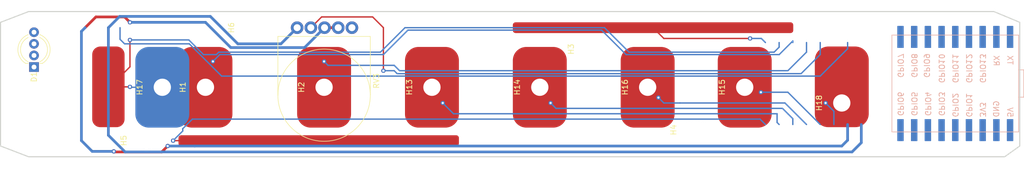
<source format=kicad_pcb>
(kicad_pcb (version 20221018) (generator pcbnew)
  (layers (0 "F.Cu" signal) (31 "B.Cu" signal) (34 "B.Paste" user) (35 "F.Paste" user) (36 "B.SilkS" user "B.Silkscreen") (37 "F.SilkS" user "F.Silkscreen") (38 "B.Mask" user) (39 "F.Mask" user) (44 "Edge.Cuts" user))
  (net 0 "")
  (net 1 "/A1")
  (net 2 "+3.3V")
  (net 3 "GND")
  (net 4 "/A2")
  (net 5 "/A3")
  (net 6 "/A4")
  (net 7 "/A5")
  (net 8 "/A6")
  (net 9 "/A0")
  (net 10 "/D2")
  (net 11 "/D1")
  (net 12 "/A8")
  (net 13 "/SCL")
  (net 14 "/SDA")
  (net 15 "/A7")
  (net 16 "/A9")
  (net 17 "/D0")
  (footprint "MountingHole:MountingHole_3.2mm_M3" (layer "F.Cu") (at 198.793423 101 90)
    (fp_text reference "H18" (at 0 -4.2 90) (layer "F.SilkS"))
    (fp_text value "MountingHole")
    (pad "" np_thru_hole circle (at 0 0 90) (size 3.2 3.2) (drill 3.2) (layers "*.Cu" "*.Mask"))
  )
  (footprint "ih_kicad:recorder-touchpad" (layer "F.Cu") (at 122.793423 98.078 90)
    (fp_text reference "TP4" hide)
    (fp_text value "TestPoint" hide)
    (pad "1" smd roundrect (at 0 0 90) (size 15 10) (layers "F.Cu" "F.Mask") (net 6 "/A4"))
  )
  (footprint "ih_kicad:recorder-touchpad" (layer "F.Cu") (at 80.793423 98.078 90)
    (fp_text reference "TP2" hide)
    (fp_text value "TestPoint" hide)
    (pad "1" smd roundrect (at 0 0 90) (size 15 10) (layers "F.Cu" "F.Mask") (net 12 "/A8"))
  )
  (footprint "ih_kicad:recorder-touchtrack" (layer "F.Cu") (at 163.793423 87 180)
    (fp_text reference "TP8" hide)
    (fp_text value "TestPoint" hide)
    (pad "1" smd roundrect (at 0 0 180) (size 52 2) (layers "F.Cu" "F.Mask") (net 8 "/A6"))
  )
  (footprint "ih_kicad:recorder-touchpad" (layer "F.Cu") (at 142.793423 98.078 90)
    (fp_text reference "TP5" hide)
    (fp_text value "TestPoint" hide)
    (pad "1" smd roundrect (at 0 0 90) (size 15 10) (layers "F.Cu" "F.Mask") (net 5 "/A3"))
  )
  (footprint "ih_kicad:recorder-touchpad-narrow" (layer "F.Cu") (at 62.793423 98 90)
    (fp_text reference "TP11" hide)
    (fp_text value "TestPoint" hide)
    (pad "1" smd roundrect (at 0 0 90) (size 15 6) (layers "F.Cu" "F.Mask") (net 15 "/A7"))
  )
  (footprint "MountingHole:MountingHole_3.2mm_M3" (layer "F.Cu") (at 142.793423 98.078 90)
    (fp_text reference "H14" (at 0 -4.2 90) (layer "F.SilkS"))
    (fp_text value "MountingHole")
    (pad "" np_thru_hole circle (at 0 0 90) (size 3.2 3.2) (drill 3.2) (layers "*.Cu" "*.Mask"))
  )
  (footprint "MountingHole:MountingHole_3.2mm_M3" (layer "F.Cu") (at 72.793423 98.078 90)
    (fp_text reference "H17" (at 0 -4.2 90) (layer "F.SilkS"))
    (fp_text value "MountingHole")
    (pad "" np_thru_hole circle (at 0 0 90) (size 3.2 3.2) (drill 3.2) (layers "*.Cu" "*.Mask"))
  )
  (footprint "MountingHole:MountingHole_3.2mm_M3" (layer "F.Cu") (at 122.793423 98.078 90)
    (fp_text reference "H13" (at 0 -4.2 90) (layer "F.SilkS"))
    (fp_text value "MountingHole")
    (pad "" np_thru_hole circle (at 0 0 90) (size 3.2 3.2) (drill 3.2) (layers "*.Cu" "*.Mask"))
  )
  (footprint "ih_kicad:potentiometer_wheel_16mm" (layer "F.Cu") (at 97.793423 87 -90)
    (fp_text reference "RV3" (at 9.915 -14.7 -270) (layer "F.SilkS"))
    (fp_text value "R_Potentiometer_Dual")
    (fp_line (start 1.63 -13.57) (end 1.63 3.57) (stroke (width 0.12)) (layer "F.SilkS"))
    (fp_line (start 1.63 -13.57) (end 12.55 -13.57) (stroke (width 0.12)) (layer "F.SilkS"))
    (fp_line (start 1.63 3.57) (end 12.55 3.57) (stroke (width 0.12)) (layer "F.SilkS"))
    (fp_circle (center 12.55 -5) (end 21.12 -5) (stroke (width 0.12)) (fill none) (layer "F.SilkS"))
    (pad "1" thru_hole circle (at 0 0 270) (size 2.34 2.34) (drill 1.3) (layers "*.Cu" "*.Mask") (net 3 "GND"))
    (pad "2" thru_hole circle (at 0 -2.54 270) (size 2.34 2.34) (drill 1.3) (layers "*.Cu" "*.Mask") (net 17 "/D0"))
    (pad "3" thru_hole circle (at 0 -5.08 270) (size 2.34 2.34) (drill 1.3) (layers "*.Cu" "*.Mask") (net 2 "+3.3V"))
    (pad "4" thru_hole circle (at 0 -7.62 270) (size 2.34 2.34) (drill 1.3) (layers "*.Cu" "*.Mask") (net 2 "+3.3V"))
    (pad "5" thru_hole circle (at 0 -10.16 270) (size 2.34 2.34) (drill 1.3) (layers "*.Cu" "*.Mask"))
  )
  (footprint "MountingHole:MountingHole_3.2mm_M3" (layer "F.Cu") (at 180.793423 98.078 90)
    (fp_text reference "H15" (at 0 -4.2 90) (layer "F.SilkS"))
    (fp_text value "MountingHole")
    (pad "" np_thru_hole circle (at 0 0 90) (size 3.2 3.2) (drill 3.2) (layers "*.Cu" "*.Mask"))
  )
  (footprint "MountingHole:MountingHole_3.2mm_M3" (layer "F.Cu") (at 162.793423 98.078 90)
    (fp_text reference "H16" (at 0 -4.2 90) (layer "F.SilkS"))
    (fp_text value "MountingHole")
    (pad "" np_thru_hole circle (at 0 0 90) (size 3.2 3.2) (drill 3.2) (layers "*.Cu" "*.Mask"))
  )
  (footprint "MountingHole:MountingHole_3.2mm_M3" (layer "F.Cu") (at 152.793423 91 90)
    (fp_text reference "H3" (at 0 -4.2 90) (layer "F.SilkS"))
    (fp_text value "MountingHole")
    (pad "" np_thru_hole circle (at 0 0 90) (size 3.2 3.2) (drill 3.2) (layers "*.Cu" "*.Mask"))
  )
  (footprint "ih_kicad:recorder-touchpad" (layer "F.Cu") (at 102.793423 98.078 90)
    (fp_text reference "TP3" hide)
    (fp_text value "TestPoint" hide)
    (pad "1" smd roundrect (at 0 0 90) (size 15 10) (layers "F.Cu" "F.Mask") (net 16 "/A9"))
  )
  (footprint "MountingHole:MountingHole_3.2mm_M3" (layer "F.Cu") (at 69.843423 108 90)
    (fp_text reference "H5" (at 0 -4.2 90) (layer "F.SilkS"))
    (fp_text value "MountingHole")
    (pad "" np_thru_hole circle (at 0 0 90) (size 3.2 3.2) (drill 3.2) (layers "*.Cu" "*.Mask"))
  )
  (footprint "MountingHole:MountingHole_3.2mm_M3" (layer "F.Cu") (at 171.793423 106 90)
    (fp_text reference "H4" (at 0 -4.2 90) (layer "F.SilkS"))
    (fp_text value "MountingHole")
    (pad "" np_thru_hole circle (at 0 0 90) (size 3.2 3.2) (drill 3.2) (layers "*.Cu" "*.Mask"))
  )
  (footprint "LED_THT:LED_D5.0mm-4_RGB_Wide_Pins" (layer "F.Cu") (at 49 94.318 90)
    (fp_text reference "D1" (at -1.841 0 90) (layer "F.SilkS"))
    (fp_text value "WS2812B")
    (fp_line (start 0.6785 -1.545) (end 0.6785 -1.08) (stroke (width 0.12)) (layer "F.SilkS"))
    (fp_line (start 0.6785 1.08) (end 0.6785 1.545) (stroke (width 0.12)) (layer "F.SilkS"))
    (fp_arc (start 0.6785 -1.54483) (mid 3.496956 -2.978809) (end 6.026315 -1.080827) (stroke (width 0.12)) (layer "F.SilkS"))
    (fp_arc (start 0.983816 -1.08) (mid 3.238262 -2.5) (end 5.492979 -1.080429) (stroke (width 0.12)) (layer "F.SilkS"))
    (fp_arc (start 5.492979 1.080429) (mid 3.238262 2.5) (end 0.983816 1.08) (stroke (width 0.12)) (layer "F.SilkS"))
    (fp_arc (start 6.026315 1.080827) (mid 3.496956 2.978808) (end 0.6785 1.54483) (stroke (width 0.12)) (layer "F.SilkS"))
    (pad "1" thru_hole rect (at 0 0 90) (size 1.8 1.8) (drill 0.9) (layers "*.Cu" "*.Mask") (net 2 "+3.3V"))
    (pad "2" thru_hole circle (at 2.159 0 90) (size 1.8 1.8) (drill 0.9) (layers "*.Cu" "*.Mask"))
    (pad "3" thru_hole circle (at 4.318 0 90) (size 1.8 1.8) (drill 0.9) (layers "*.Cu" "*.Mask") (net 3 "GND"))
    (pad "4" thru_hole circle (at 6.477 0 90) (size 1.8 1.8) (drill 0.9) (layers "*.Cu" "*.Mask") (net 10 "/D2"))
  )
  (footprint "ih_kicad:recorder-touchpad" (layer "F.Cu") (at 180.793423 98.078 90)
    (fp_text reference "TP7" hide)
    (fp_text value "TestPoint" hide)
    (pad "1" smd roundrect (at 0 0 90) (size 15 10) (layers "F.Cu" "F.Mask") (net 1 "/A1"))
  )
  (footprint "MountingHole:MountingHole_3.2mm_M3" (layer "F.Cu") (at 102.793423 98.078 90)
    (fp_text reference "H2" (at 0 -4.2 90) (layer "F.SilkS"))
    (fp_text value "MountingHole")
    (pad "" np_thru_hole circle (at 0 0 90) (size 3.2 3.2) (drill 3.2) (layers "*.Cu" "*.Mask"))
  )
  (footprint "MountingHole:MountingHole_3.2mm_M3" (layer "F.Cu") (at 89.793423 87 90)
    (fp_text reference "H6" (at 0 -4.2 90) (layer "F.SilkS"))
    (fp_text value "MountingHole")
    (pad "" np_thru_hole circle (at 0 0 90) (size 3.2 3.2) (drill 3.2) (layers "*.Cu" "*.Mask"))
  )
  (footprint "ih_kicad:recorder-touchpad" (layer "F.Cu") (at 198.793423 98 90)
    (fp_text reference "TP10" hide)
    (fp_text value "TestPoint" hide)
    (pad "1" smd roundrect (at 0 0 90) (size 15 10) (layers "F.Cu" "F.Mask") (net 9 "/A0"))
  )
  (footprint "ih_kicad:recorder-touchtrack" (layer "F.Cu") (at 101.793423 108 180)
    (fp_text reference "TP9" hide)
    (fp_text value "TestPoint" hide)
    (pad "1" smd roundrect (at 0 0 180) (size 52 2) (layers "F.Cu" "F.Mask") (net 7 "/A5"))
  )
  (footprint "MountingHole:MountingHole_3.2mm_M3" (layer "F.Cu") (at 80.793423 98.078 90)
    (fp_text reference "H1" (at 0 -4.2 90) (layer "F.SilkS"))
    (fp_text value "MountingHole")
    (pad "" np_thru_hole circle (at 0 0 90) (size 3.2 3.2) (drill 3.2) (layers "*.Cu" "*.Mask"))
  )
  (footprint "ih_kicad:recorder-touchpad" (layer "F.Cu") (at 162.793423 98.078 90)
    (fp_text reference "TP6" hide)
    (fp_text value "TestPoint" hide)
    (pad "1" smd roundrect (at 0 0 90) (size 15 10) (layers "F.Cu" "F.Mask") (net 4 "/A2"))
  )
  (footprint "ih_kicad:Wifiduino-ESP32S3-SMD" (layer "B.Cu") (at 219.84 97.38 90)
    (fp_text reference "U2" hide)
    (fp_text value "~" hide)
    (fp_text user "RX" (at 5.309999 7.62 270 unlocked) (layer "B.SilkS") (effects (justify right mirror)))
    (fp_text user "GPIO12" (at 0 2.54 270 unlocked) (layer "B.SilkS") (effects (justify left mirror)))
    (fp_text user "GPIO11" (at 0 0 270 unlocked) (layer "B.SilkS") (effects (justify left mirror)))
    (fp_text user "GPIO1" (at -6.35 2.54 270 unlocked) (layer "B.SilkS") (effects (justify left mirror)))
    (fp_text user "GPIO7" (at 1 -10.16 270 unlocked) (layer "B.SilkS") (effects (justify left mirror)))
    (fp_text user "GPIO6" (at -6.120001 -10.16 270 unlocked) (layer "B.SilkS") (effects (justify left mirror)))
    (fp_text user "GPIO3" (at -6.120001 -2.54 270 unlocked) (layer "B.SilkS") (effects (justify left mirror)))
    (fp_text user "GND" (at -6.35 7.62 90 unlocked) (layer "B.SilkS") (effects (justify right mirror)))
    (fp_text user "GPIO13" (at 0 5.08 270 unlocked) (layer "B.SilkS") (effects (justify left mirror)))
    (fp_text user "GPIO4" (at -6.120001 -5.08 270 unlocked) (layer "B.SilkS") (effects (justify left mirror)))
    (fp_text user "GPIO8" (at 1 -7.62 270 unlocked) (layer "B.SilkS") (effects (justify left mirror)))
    (fp_text user "3V3" (at -6.35 5.08 270 unlocked) (layer "B.SilkS") (effects (justify left mirror)))
    (fp_text user "GPIO9" (at 1 -5.309999 270 unlocked) (layer "B.SilkS") (effects (justify left mirror)))
    (fp_text user "TX" (at 5.309999 10.16 270 unlocked) (layer "B.SilkS") (effects (justify right mirror)))
    (fp_text user "GPIO5" (at -6.120001 -7.62 270 unlocked) (layer "B.SilkS") (effects (justify left mirror)))
    (fp_text user "GPIO10" (at 0 -2.54 270 unlocked) (layer "B.SilkS") (effects (justify left mirror)))
    (fp_text user "GPIO2" (at -6.35 0 270 unlocked) (layer "B.SilkS") (effects (justify left mirror)))
    (fp_text user "5V" (at -6.35 10.16 270 unlocked) (layer "B.SilkS") (effects (justify left mirror)))
    (fp_line (start -9 -11.75) (end 9 -11.75) (stroke (width 0.12)) (layer "B.SilkS"))
    (fp_line (start -9 11.75) (end -9 -11.75) (stroke (width 0.12)) (layer "B.SilkS"))
    (fp_line (start -2.54 11.75) (end -2.54 12.7) (stroke (width 0.12)) (layer "B.SilkS"))
    (fp_line (start -2.54 12.7) (end 2.54 12.7) (stroke (width 0.12)) (layer "B.SilkS"))
    (fp_line (start 2.54 12.7) (end 2.54 11.75) (stroke (width 0.12)) (layer "B.SilkS"))
    (fp_line (start 9 -11.75) (end 9 11.75) (stroke (width 0.12)) (layer "B.SilkS"))
    (fp_line (start 9 11.75) (end -9 11.75) (stroke (width 0.12)) (layer "B.SilkS"))
    (pad "1" smd custom (at -7.62 10.16 180) (size 1.2 2) (layers "B.Cu" "B.Paste" "B.Mask") (options (clearance outline) (anchor rect)) (primitives (gr_poly (pts (xy -0.5 -3) (xy -0.5 0.5) (xy 0.5 0.5) (xy 0.5 -3)) (width 0.2) (fill yes))))
    (pad "2" smd custom (at -7.62 7.62 180) (size 1.2 2) (layers "B.Cu" "B.Paste" "B.Mask") (net 3 "GND") (options (clearance outline) (anchor rect)) (primitives (gr_poly (pts (xy -0.5 -3) (xy -0.5 0.5) (xy 0.5 0.5) (xy 0.5 -3)) (width 0.2) (fill yes))))
    (pad "3" smd custom (at -7.62 5.08 180) (size 1.2 2) (layers "B.Cu" "B.Paste" "B.Mask") (net 2 "+3.3V") (options (clearance outline) (anchor rect)) (primitives (gr_poly (pts (xy -0.5 -3) (xy -0.5 0.5) (xy 0.5 0.5) (xy 0.5 -3)) (width 0.2) (fill yes))))
    (pad "4" smd custom (at -7.62 2.54 180) (size 1.2 2) (layers "B.Cu" "B.Paste" "B.Mask") (net 9 "/A0") (options (clearance outline) (anchor rect)) (primitives (gr_poly (pts (xy -0.5 -3) (xy -0.5 0.5) (xy 0.5 0.5) (xy 0.5 -3)) (width 0.2) (fill yes))))
    (pad "5" smd custom (at -7.62 0 180) (size 1.2 2) (layers "B.Cu" "B.Paste" "B.Mask") (net 1 "/A1") (options (clearance outline) (anchor rect)) (primitives (gr_poly (pts (xy -0.5 -3) (xy -0.5 0.5) (xy 0.5 0.5) (xy 0.5 -3)) (width 0.2) (fill yes))))
    (pad "6" smd custom (at -7.62 -2.54 180) (size 1.2 2) (layers "B.Cu" "B.Paste" "B.Mask") (net 4 "/A2") (options (clearance outline) (anchor rect)) (primitives (gr_poly (pts (xy -0.5 -3) (xy -0.5 0.5) (xy 0.5 0.5) (xy 0.5 -3)) (width 0.2) (fill yes))))
    (pad "7" smd custom (at -7.62 -5.08 180) (size 1.2 2) (layers "B.Cu" "B.Paste" "B.Mask") (net 5 "/A3") (options (clearance outline) (anchor rect)) (primitives (gr_poly (pts (xy -0.5 -3) (xy -0.5 0.5) (xy 0.5 0.5) (xy 0.5 -3)) (width 0.2) (fill yes))))
    (pad "8" smd custom (at -7.62 -7.62 180) (size 1.2 2) (layers "B.Cu" "B.Paste" "B.Mask") (net 6 "/A4") (options (clearance outline) (anchor rect)) (primitives (gr_poly (pts (xy -0.5 -3) (xy -0.5 0.5) (xy 0.5 0.5) (xy 0.5 -3)) (width 0.2) (fill yes))))
    (pad "9" smd custom (at -7.62 -10.16 180) (size 1.2 2) (layers "B.Cu" "B.Paste" "B.Mask") (net 7 "/A5") (options (clearance outline) (anchor rect)) (primitives (gr_poly (pts (xy -0.5 -3) (xy -0.5 0.5) (xy 0.5 0.5) (xy 0.5 -3)) (width 0.2) (fill yes))))
    (pad "10" smd custom (at 7.62 -10.16) (size 1.2 2) (layers "B.Cu" "B.Paste" "B.Mask") (net 8 "/A6") (options (clearance outline) (anchor rect)) (primitives (gr_poly (pts (xy -0.5 -3) (xy -0.5 0.5) (xy 0.5 0.5) (xy 0.5 -3)) (width 0.2) (fill yes))))
    (pad "11" smd custom (at 7.62 -7.62) (size 1.2 2) (layers "B.Cu" "B.Paste" "B.Mask") (net 15 "/A7") (options (clearance outline) (anchor rect)) (primitives (gr_poly (pts (xy -0.5 -3) (xy -0.5 0.5) (xy 0.5 0.5) (xy 0.5 -3)) (width 0.2) (fill yes))))
    (pad "12" smd custom (at 7.62 -5.08) (size 1.2 2) (layers "B.Cu" "B.Paste" "B.Mask") (net 12 "/A8") (options (clearance outline) (anchor rect)) (primitives (gr_poly (pts (xy -0.5 -3) (xy -0.5 0.5) (xy 0.5 0.5) (xy 0.5 -3)) (width 0.2) (fill yes))))
    (pad "13" smd custom (at 7.62 -2.54) (size 1.2 2) (layers "B.Cu" "B.Paste" "B.Mask") (net 16 "/A9") (options (clearance outline) (anchor rect)) (primitives (gr_poly (pts (xy -0.5 -3) (xy -0.5 0.5) (xy 0.5 0.5) (xy 0.5 -3)) (width 0.2) (fill yes))))
    (pad "14" smd custom (at 7.62 0) (size 1.2 2) (layers "B.Cu" "B.Paste" "B.Mask") (net 17 "/D0") (options (clearance outline) (anchor rect)) (primitives (gr_poly (pts (xy -0.5 -3) (xy -0.5 0.5) (xy 0.5 0.5) (xy 0.5 -3)) (width 0.2) (fill yes))))
    (pad "15" smd custom (at 7.62 2.54) (size 1.2 2) (layers "B.Cu" "B.Paste" "B.Mask") (net 11 "/D1") (options (clearance outline) (anchor rect)) (primitives (gr_poly (pts (xy -0.5 -3) (xy -0.5 0.5) (xy 0.5 0.5) (xy 0.5 -3)) (width 0.2) (fill yes))))
    (pad "16" smd custom (at 7.62 5.08) (size 1.2 2) (layers "B.Cu" "B.Paste" "B.Mask") (net 10 "/D2") (options (clearance outline) (anchor rect)) (primitives (gr_poly (pts (xy -0.5 -3) (xy -0.5 0.5) (xy 0.5 0.5) (xy 0.5 -3)) (width 0.2) (fill yes))))
    (pad "17" smd custom (at 7.62 7.62) (size 1.2 2) (layers "B.Cu" "B.Paste" "B.Mask") (net 14 "/SDA") (options (clearance outline) (anchor rect)) (primitives (gr_poly (pts (xy -0.5 -3) (xy -0.5 0.5) (xy 0.5 0.5) (xy 0.5 -3)) (width 0.2) (fill yes))))
    (pad "18" smd custom (at 7.62 10.16) (size 1.2 2) (layers "B.Cu" "B.Paste" "B.Mask") (net 13 "/SCL") (options (clearance outline) (anchor rect)) (primitives (gr_poly (pts (xy -0.5 -3) (xy -0.5 0.5) (xy 0.5 0.5) (xy 0.5 -3)) (width 0.2) (fill yes))))
  )
  (footprint "ih_kicad:recorder-touchpad" (layer "B.Cu") (at 72.793423 98.078 -90)
    (fp_text reference "TP1" hide)
    (fp_text value "TestPoint" hide)
    (pad "1" smd roundrect (at 0 0 270) (size 15 10) (layers "B.Cu" "B.Mask") (net 15 "/A7"))
  )
  (gr_poly (pts (xy 48 111) (xy 42.793423 109) (xy 42.793423 86) (xy 48 84) (xy 227 84) (xy 231.793423 86) (xy 231.793423 109) (xy 229 111)) (stroke (width 0.2)) (fill none) (layer "Edge.Cuts"))
  (segment (start 182.768423 98.896072) (end 182.768423 98.078) (width 0.25) (layer "F.Cu") (net 1))
  (segment (start 182.872351 99) (end 182.768423 98.896072) (width 0.25) (layer "F.Cu") (net 1))
  (segment (start 183.793423 99) (end 182.872351 99) (width 0.25) (layer "F.Cu") (net 1))
  (via (at 183.793423 99) (size 0.8) (drill 0.4) (layers "F.Cu" "B.Cu") (net 1))
  (segment (start 188.793423 99) (end 183.793423 99) (width 0.25) (layer "B.Cu") (net 1))
  (segment (start 194.793423 105) (end 188.793423 99) (width 0.25) (layer "B.Cu") (net 1))
  (segment (start 72.793423 110) (end 72.693423 110.1) (width 0.5) (layer "F.Cu") (net 2))
  (segment (start 65.793423 85) (end 66.793423 86) (width 0.5) (layer "F.Cu") (net 2))
  (segment (start 58.475423 87) (end 60.475423 85) (width 0.5) (layer "F.Cu") (net 2))
  (segment (start 73.793423 109) (end 72.793423 110) (width 0.5) (layer "F.Cu") (net 2))
  (segment (start 60.475423 85) (end 65.793423 85) (width 0.5) (layer "F.Cu") (net 2))
  (segment (start 72.693423 110.1) (end 63.893423 110.1) (width 0.5) (layer "F.Cu") (net 2))
  (segment (start 102.873423 87) (end 105.413423 87) (width 0.5) (layer "F.Cu") (net 2))
  (segment (start 63.893423 110.1) (end 63.793423 110) (width 0.5) (layer "F.Cu") (net 2))
  (via (at 73.793423 109) (size 0.8) (drill 0.4) (layers "F.Cu" "B.Cu") (net 2))
  (via (at 66.793423 86) (size 0.8) (drill 0.4) (layers "F.Cu" "B.Cu") (net 2))
  (via (at 63.793423 110) (size 0.8) (drill 0.4) (layers "F.Cu" "B.Cu") (net 2))
  (segment (start 57.793423 108) (end 57.793423 87.682) (width 0.5) (layer "B.Cu") (net 2))
  (segment (start 80.793423 86) (end 85.493423 90.7) (width 0.5) (layer "B.Cu") (net 2))
  (segment (start 78.793423 109) (end 73.793423 109) (width 0.5) (layer "B.Cu") (net 2))
  (segment (start 57.793423 87.682) (end 58.475423 87) (width 0.5) (layer "B.Cu") (net 2))
  (segment (start 85.493423 90.7) (end 99.173423 90.7) (width 0.5) (layer "B.Cu") (net 2))
  (segment (start 199.873423 105) (end 199.873423 107.92) (width 0.5) (layer "B.Cu") (net 2))
  (segment (start 63.793423 110) (end 59.793423 110) (width 0.5) (layer "B.Cu") (net 2))
  (segment (start 199.873423 107.92) (end 198.793423 109) (width 0.5) (layer "B.Cu") (net 2))
  (segment (start 66.793423 86) (end 80.793423 86) (width 0.5) (layer "B.Cu") (net 2))
  (segment (start 198.793423 109) (end 78.793423 109) (width 0.5) (layer "B.Cu") (net 2))
  (segment (start 99.173423 90.7) (end 102.873423 87) (width 0.5) (layer "B.Cu") (net 2))
  (segment (start 59.793423 110) (end 57.793423 108) (width 0.5) (layer "B.Cu") (net 2))
  (segment (start 81.693423 84.9) (end 64.893423 84.9) (width 0.5) (layer "B.Cu") (net 3))
  (segment (start 97.793423 87) (end 94.793423 90) (width 0.5) (layer "B.Cu") (net 3))
  (segment (start 94.793423 90) (end 86.793423 90) (width 0.5) (layer "B.Cu") (net 3))
  (segment (start 200.693423 110.1) (end 65.893423 110.1) (width 0.5) (layer "B.Cu") (net 3))
  (segment (start 65.893423 110.1) (end 62.793423 107) (width 0.5) (layer "B.Cu") (net 3))
  (segment (start 202.413423 108.38) (end 200.693423 110.1) (width 0.5) (layer "B.Cu") (net 3))
  (segment (start 202.413423 105) (end 202.413423 108.38) (width 0.5) (layer "B.Cu") (net 3))
  (segment (start 64.893423 84.9) (end 62.793423 87) (width 0.5) (layer "B.Cu") (net 3))
  (segment (start 62.793423 107) (end 62.793423 87) (width 0.5) (layer "B.Cu") (net 3))
  (segment (start 86.793423 90) (end 81.693423 84.9) (width 0.5) (layer "B.Cu") (net 3))
  (segment (start 164.793423 100) (end 164.715423 100) (width 0.25) (layer "F.Cu") (net 4))
  (segment (start 164.715423 100) (end 164.189959 99.474536) (width 0.25) (layer "F.Cu") (net 4))
  (via (at 164.793423 100) (size 0.8) (drill 0.4) (layers "F.Cu" "B.Cu") (net 4))
  (segment (start 192.253423 105) (end 188.253423 101) (width 0.25) (layer "B.Cu") (net 4))
  (segment (start 165.793423 101) (end 164.793423 100) (width 0.25) (layer "B.Cu") (net 4))
  (segment (start 168.793423 101) (end 165.793423 101) (width 0.25) (layer "B.Cu") (net 4))
  (segment (start 188.253423 101) (end 168.793423 101) (width 0.25) (layer "B.Cu") (net 4))
  (segment (start 144.793423 100.078) (end 144.189959 99.474536) (width 0.25) (layer "F.Cu") (net 5))
  (segment (start 144.793423 101) (end 144.793423 100.078) (width 0.25) (layer "F.Cu") (net 5))
  (via (at 144.793423 101) (size 0.8) (drill 0.4) (layers "F.Cu" "B.Cu") (net 5))
  (segment (start 189.713423 103.92) (end 188.793423 103) (width 0.25) (layer "B.Cu") (net 5))
  (segment (start 145.793423 102) (end 144.793423 101) (width 0.25) (layer "B.Cu") (net 5))
  (segment (start 188.793423 103) (end 187.793423 102) (width 0.25) (layer "B.Cu") (net 5))
  (segment (start 189.713423 105) (end 189.713423 103.92) (width 0.25) (layer "B.Cu") (net 5))
  (segment (start 187.793423 102) (end 145.793423 102) (width 0.25) (layer "B.Cu") (net 5))
  (segment (start 124.793423 100.078) (end 124.189959 99.474536) (width 0.25) (layer "F.Cu") (net 6))
  (segment (start 124.793423 101) (end 124.793423 100.078) (width 0.25) (layer "F.Cu") (net 6))
  (via (at 124.793423 101) (size 0.8) (drill 0.4) (layers "F.Cu" "B.Cu") (net 6))
  (segment (start 145.793423 103) (end 126.793423 103) (width 0.25) (layer "B.Cu") (net 6))
  (segment (start 186.793423 104.62) (end 186.793423 103) (width 0.25) (layer "B.Cu") (net 6))
  (segment (start 186.793423 103) (end 162.793423 103) (width 0.25) (layer "B.Cu") (net 6))
  (segment (start 162.793423 103) (end 145.793423 103) (width 0.25) (layer "B.Cu") (net 6))
  (segment (start 126.793423 103) (end 124.793423 101) (width 0.25) (layer "B.Cu") (net 6))
  (segment (start 187.173423 105) (end 186.793423 104.62) (width 0.25) (layer "B.Cu") (net 6))
  (segment (start 101.793423 108) (end 74.793423 108) (width 0.25) (layer "F.Cu") (net 7))
  (via (at 74.793423 108) (size 0.8) (drill 0.4) (layers "F.Cu" "B.Cu") (net 7))
  (segment (start 74.793423 108) (end 76.579999 106.213424) (width 0.25) (layer "B.Cu") (net 7))
  (segment (start 183.633423 104) (end 184.633423 105) (width 0.25) (layer "B.Cu") (net 7))
  (segment (start 76.579999 105.786577) (end 78.366576 104) (width 0.25) (layer "B.Cu") (net 7))
  (segment (start 78.366576 104) (end 183.633423 104) (width 0.25) (layer "B.Cu") (net 7))
  (segment (start 76.579999 106.213424) (end 76.579999 105.786577) (width 0.25) (layer "B.Cu") (net 7))
  (segment (start 165.793423 89) (end 163.793423 87) (width 0.25) (layer "F.Cu") (net 8))
  (segment (start 181.793423 89) (end 165.793423 89) (width 0.25) (layer "F.Cu") (net 8))
  (via (at 181.793423 89) (size 0.8) (drill 0.4) (layers "F.Cu" "B.Cu") (net 8))
  (segment (start 184.633423 89.76) (end 183.873423 89) (width 0.25) (layer "B.Cu") (net 8))
  (segment (start 183.873423 89) (end 181.793423 89) (width 0.25) (layer "B.Cu") (net 8))
  (segment (start 195.793423 101) (end 198.793423 98) (width 0.25) (layer "F.Cu") (net 9))
  (segment (start 195.793423 95) (end 198.793423 98) (width 0.25) (layer "F.Cu") (net 9))
  (segment (start 195.793423 94) (end 195.793423 95) (width 0.25) (layer "F.Cu") (net 9))
  (via (at 195.793423 101) (size 0.8) (drill 0.4) (layers "F.Cu" "B.Cu") (net 9))
  (segment (start 197.333423 105) (end 197.333423 102.54) (width 0.25) (layer "B.Cu") (net 9))
  (segment (start 197.333423 102.54) (end 195.793423 101) (width 0.25) (layer "B.Cu") (net 9))
  (segment (start 194.793423 96) (end 83.793423 96) (width 0.25) (layer "B.Cu") (net 10))
  (segment (start 83.793423 96) (end 77.793423 90) (width 0.25) (layer "B.Cu") (net 10))
  (segment (start 77.793423 90) (end 65.793423 90) (width 0.25) (layer "B.Cu") (net 10))
  (segment (start 64.952423 89.159) (end 64.952423 87) (width 0.25) (layer "B.Cu") (net 10))
  (segment (start 199.873423 90.92) (end 194.793423 96) (width 0.25) (layer "B.Cu") (net 10))
  (segment (start 199.873423 89.76) (end 199.873423 90.92) (width 0.25) (layer "B.Cu") (net 10))
  (segment (start 65.793423 90) (end 64.952423 89.159) (width 0.25) (layer "B.Cu") (net 10))
  (via (at 82.173921 93.2755) (size 0.8) (drill 0.4) (layers "F.Cu" "B.Cu") (net 12))
  (segment (start 189.713423 89.76) (end 189.713423 89.47) (width 0.25) (layer "B.Cu") (net 12))
  (segment (start 189.713423 89.47) (end 187.183423 92) (width 0.25) (layer "B.Cu") (net 12))
  (segment (start 154.243423 87.45) (end 118.343423 87.45) (width 0.25) (layer "B.Cu") (net 12))
  (segment (start 158.793423 92) (end 154.243423 87.45) (width 0.25) (layer "B.Cu") (net 12))
  (segment (start 187.183423 92) (end 158.793423 92) (width 0.25) (layer "B.Cu") (net 12))
  (segment (start 113.793423 92) (end 83.449421 92) (width 0.25) (layer "B.Cu") (net 12))
  (segment (start 83.449421 92) (end 82.173921 93.2755) (width 0.25) (layer "B.Cu") (net 12))
  (segment (start 118.343423 87.45) (end 113.793423 92) (width 0.25) (layer "B.Cu") (net 12))
  (segment (start 66.793423 89.2755) (end 66.793423 94.2755) (width 0.25) (layer "F.Cu") (net 15))
  (segment (start 63.068923 98) (end 62.793423 98) (width 0.25) (layer "F.Cu") (net 15))
  (segment (start 66.793423 94.2755) (end 63.068923 98) (width 0.25) (layer "F.Cu") (net 15))
  (segment (start 66.793423 98) (end 62.793423 98) (width 0.25) (layer "F.Cu") (net 15))
  (via (at 66.793423 98) (size 0.8) (drill 0.4) (layers "F.Cu" "B.Cu") (net 15))
  (via (at 66.793423 89.2755) (size 0.8) (drill 0.4) (layers "F.Cu" "B.Cu") (net 15))
  (segment (start 159.343423 91.55) (end 186.243423 91.55) (width 0.25) (layer "B.Cu") (net 15))
  (segment (start 77.705319 89.2755) (end 80.429819 92) (width 0.25) (layer "B.Cu") (net 15))
  (segment (start 187.173423 90.62) (end 187.173423 89.76) (width 0.25) (layer "B.Cu") (net 15))
  (segment (start 186.243423 91.55) (end 187.173423 90.62) (width 0.25) (layer "B.Cu") (net 15))
  (segment (start 117.793423 87) (end 154.793423 87) (width 0.25) (layer "B.Cu") (net 15))
  (segment (start 83.263025 91.55) (end 113.243423 91.55) (width 0.25) (layer "B.Cu") (net 15))
  (segment (start 113.243423 91.55) (end 117.793423 87) (width 0.25) (layer "B.Cu") (net 15))
  (segment (start 154.793423 87) (end 159.343423 91.55) (width 0.25) (layer "B.Cu") (net 15))
  (segment (start 80.429819 92) (end 82.813025 92) (width 0.25) (layer "B.Cu") (net 15))
  (segment (start 66.871423 98.078) (end 66.793423 98) (width 0.25) (layer "B.Cu") (net 15))
  (segment (start 66.793423 89.2755) (end 77.705319 89.2755) (width 0.25) (layer "B.Cu") (net 15))
  (segment (start 82.813025 92) (end 83.263025 91.55) (width 0.25) (layer "B.Cu") (net 15))
  (segment (start 72.793423 98.078) (end 66.871423 98.078) (width 0.25) (layer "B.Cu") (net 15))
  (segment (start 103.793423 99.871072) (end 104.189959 99.474536) (width 0.25) (layer "F.Cu") (net 16))
  (segment (start 103.793423 103) (end 103.793423 99.871072) (width 0.25) (layer "F.Cu") (net 16))
  (via (at 102.793423 93.2755) (size 0.8) (drill 0.4) (layers "F.Cu" "B.Cu") (net 16))
  (segment (start 116.793423 95) (end 115.793423 94) (width 0.25) (layer "B.Cu") (net 16))
  (segment (start 188.793423 95) (end 116.793423 95) (width 0.25) (layer "B.Cu") (net 16))
  (segment (start 103.517923 94) (end 102.793423 93.2755) (width 0.25) (layer "B.Cu") (net 16))
  (segment (start 192.253423 89.76) (end 192.253423 91.54) (width 0.25) (layer "B.Cu") (net 16))
  (segment (start 115.793423 94) (end 103.517923 94) (width 0.25) (layer "B.Cu") (net 16))
  (segment (start 192.253423 91.54) (end 188.793423 95) (width 0.25) (layer "B.Cu") (net 16))
  (segment (start 113.793423 87) (end 111.793423 85) (width 0.25) (layer "F.Cu") (net 17))
  (segment (start 102.333423 85) (end 100.333423 87) (width 0.25) (layer "F.Cu") (net 17))
  (segment (start 113.793423 95) (end 113.793423 87) (width 0.25) (layer "F.Cu") (net 17))
  (segment (start 111.793423 85) (end 102.333423 85) (width 0.25) (layer "F.Cu") (net 17))
  (via (at 113.793423 95) (size 0.8) (drill 0.4) (layers "F.Cu" "B.Cu") (net 17))
  (segment (start 113.793423 95) (end 115.793423 95) (width 0.25) (layer "B.Cu") (net 17))
  (segment (start 115.793423 95) (end 116.343423 95.55) (width 0.25) (layer "B.Cu") (net 17))
  (segment (start 116.343423 95.55) (end 191.243423 95.55) (width 0.25) (layer "B.Cu") (net 17))
  (segment (start 191.243423 95.55) (end 194.793423 92) (width 0.25) (layer "B.Cu") (net 17))
  (segment (start 194.793423 92) (end 194.793423 89.76) (width 0.25) (layer "B.Cu") (net 17))
)
</source>
